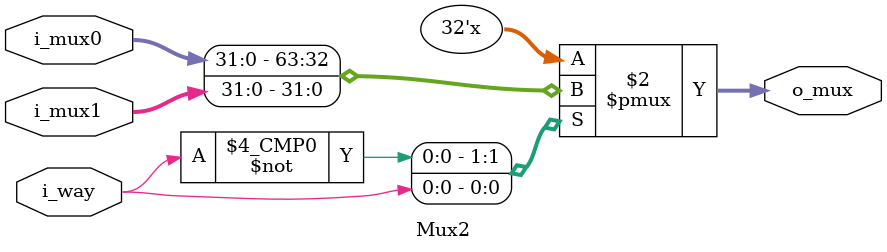
<source format=v>
module Mux4
(
	input [1:0] i_way,
	input [31:0] i_mux0, i_mux1, i_mux2, i_mux3,
	output reg [31:0] o_mux
);
	
	always @*
		case (i_way)
			2'b00: o_mux = i_mux0;
			2'b01: o_mux = i_mux1;
			2'b10: o_mux = i_mux2;
			2'b11: o_mux = i_mux3;
		endcase
endmodule 

module Mux3
(
	input [1:0] i_way,
	input [31:0] i_mux0, i_mux1, i_mux2,
	output reg [31:0] o_mux
);
	
	always @*
		case (i_way)
			2'b00: o_mux = i_mux0;
			2'b01: o_mux = i_mux1;
			2'b10: o_mux = i_mux2;
			2'b11: o_mux = 32'b0;
		endcase
endmodule 


module Mux2 #(parameter BIT = 32)
(
	input i_way,
	input [BIT-1:0] i_mux0, i_mux1,
	output reg [BIT-1:0] o_mux
);
	
	always @*
		case (i_way)
			1'b0: o_mux = i_mux0;
			1'b1: o_mux = i_mux1;
		endcase
endmodule 

</source>
